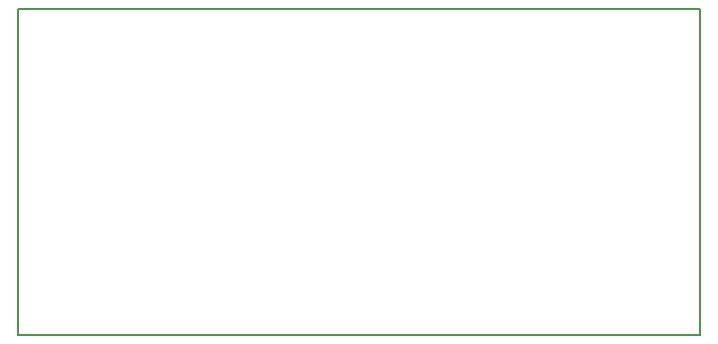
<source format=gbr>
%TF.GenerationSoftware,KiCad,Pcbnew,8.0.0*%
%TF.CreationDate,2024-04-17T17:19:10+02:00*%
%TF.ProjectId,VCU_Bis,5643555f-4269-4732-9e6b-696361645f70,rev?*%
%TF.SameCoordinates,Original*%
%TF.FileFunction,Profile,NP*%
%FSLAX46Y46*%
G04 Gerber Fmt 4.6, Leading zero omitted, Abs format (unit mm)*
G04 Created by KiCad (PCBNEW 8.0.0) date 2024-04-17 17:19:10*
%MOMM*%
%LPD*%
G01*
G04 APERTURE LIST*
%TA.AperFunction,Profile*%
%ADD10C,0.200000*%
%TD*%
G04 APERTURE END LIST*
D10*
X129641600Y-48615600D02*
X187350400Y-48615600D01*
X187350400Y-76200000D01*
X129641600Y-76200000D01*
X129641600Y-48615600D01*
M02*

</source>
